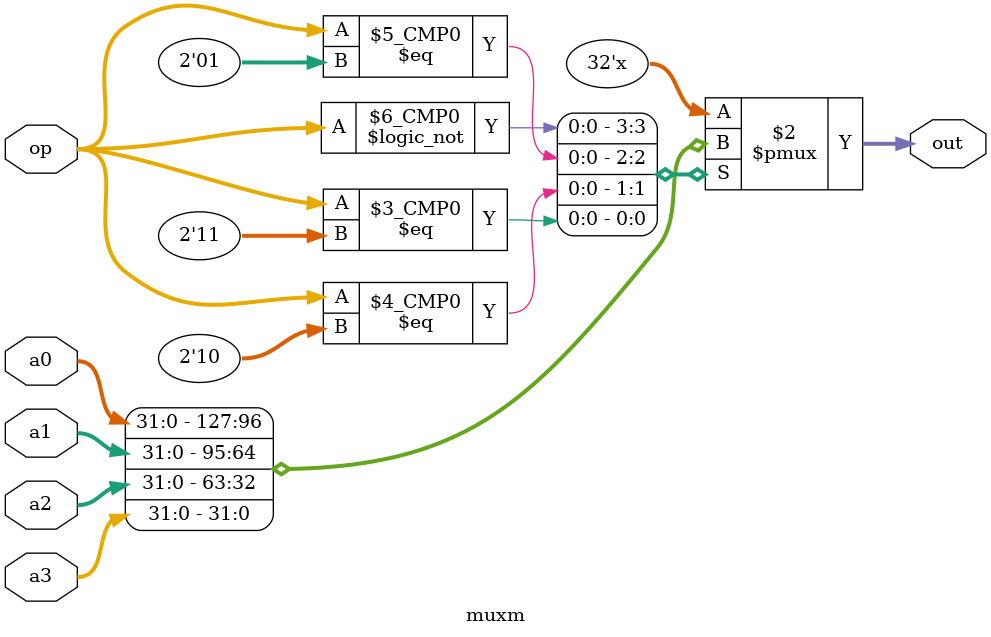
<source format=v>
module muxm(a0,a1,a2,a3,op,out);
  input [1:0]op;
  input [31:0]a0,a1,a2,a3;
  output reg[31:0]out;
  
  always@(*)begin
    case(op)
    2'b00:begin
    out=a0;
    end
    2'b01:begin
    out=a1;
    end
    2'b10:begin
    out=a2;
    end
    2'b11:begin
    out=a3;
    end
  endcase
end
  endmodule

</source>
